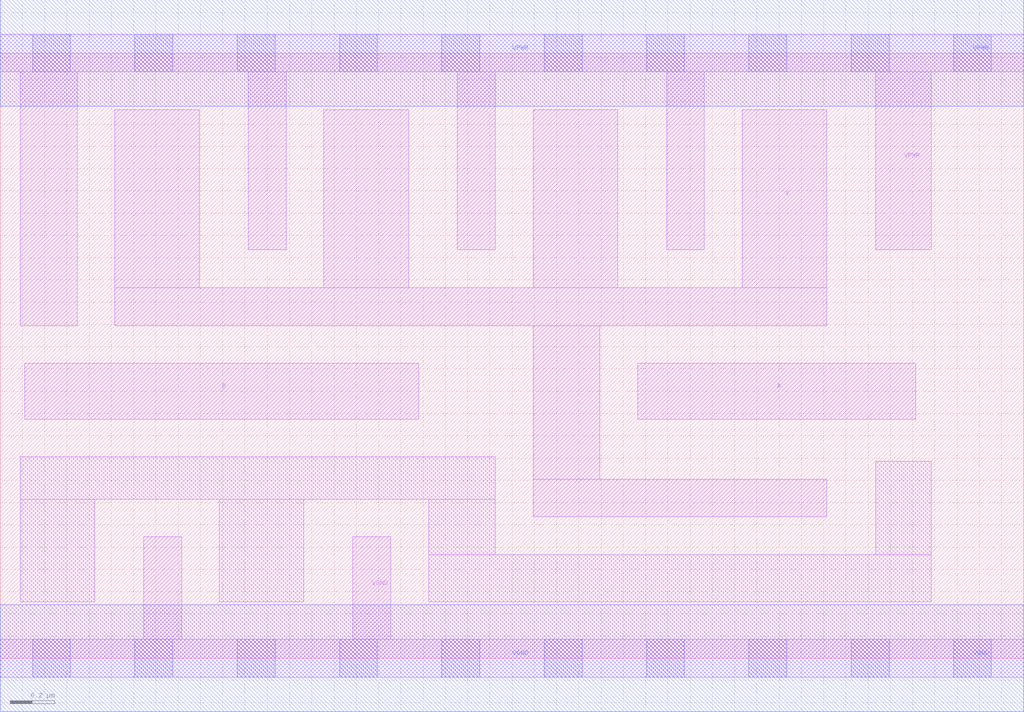
<source format=lef>
# Copyright 2020 The SkyWater PDK Authors
#
# Licensed under the Apache License, Version 2.0 (the "License");
# you may not use this file except in compliance with the License.
# You may obtain a copy of the License at
#
#     https://www.apache.org/licenses/LICENSE-2.0
#
# Unless required by applicable law or agreed to in writing, software
# distributed under the License is distributed on an "AS IS" BASIS,
# WITHOUT WARRANTIES OR CONDITIONS OF ANY KIND, either express or implied.
# See the License for the specific language governing permissions and
# limitations under the License.
#
# SPDX-License-Identifier: Apache-2.0

VERSION 5.7 ;
  NAMESCASESENSITIVE ON ;
  NOWIREEXTENSIONATPIN ON ;
  DIVIDERCHAR "/" ;
  BUSBITCHARS "[]" ;
UNITS
  DATABASE MICRONS 200 ;
END UNITS
PROPERTYDEFINITIONS
  MACRO maskLayoutSubType STRING ;
  MACRO prCellType STRING ;
  MACRO originalViewName STRING ;
END PROPERTYDEFINITIONS
MACRO sky130_fd_sc_hdll__nand2_4
  CLASS CORE ;
  FOREIGN sky130_fd_sc_hdll__nand2_4 ;
  ORIGIN  0.000000  0.000000 ;
  SIZE  4.600000 BY  2.720000 ;
  SYMMETRY X Y R90 ;
  SITE unithd ;
  PIN A
    ANTENNAGATEAREA  1.110000 ;
    DIRECTION INPUT ;
    USE SIGNAL ;
    PORT
      LAYER li1 ;
        RECT 2.865000 1.075000 4.115000 1.325000 ;
    END
  END A
  PIN B
    ANTENNAGATEAREA  1.110000 ;
    DIRECTION INPUT ;
    USE SIGNAL ;
    PORT
      LAYER li1 ;
        RECT 0.110000 1.075000 1.880000 1.325000 ;
    END
  END B
  PIN Y
    ANTENNADIFFAREA  1.608500 ;
    DIRECTION OUTPUT ;
    USE SIGNAL ;
    PORT
      LAYER li1 ;
        RECT 0.515000 1.495000 3.715000 1.665000 ;
        RECT 0.515000 1.665000 0.895000 2.465000 ;
        RECT 1.455000 1.665000 1.835000 2.465000 ;
        RECT 2.395000 0.635000 3.715000 0.805000 ;
        RECT 2.395000 0.805000 2.695000 1.495000 ;
        RECT 2.395000 1.665000 2.775000 2.465000 ;
        RECT 3.335000 1.665000 3.715000 2.465000 ;
    END
  END Y
  PIN VGND
    DIRECTION INOUT ;
    USE GROUND ;
    PORT
      LAYER li1 ;
        RECT 0.000000 -0.085000 4.600000 0.085000 ;
        RECT 0.645000  0.085000 0.815000 0.545000 ;
        RECT 1.585000  0.085000 1.755000 0.545000 ;
      LAYER mcon ;
        RECT 0.145000 -0.085000 0.315000 0.085000 ;
        RECT 0.605000 -0.085000 0.775000 0.085000 ;
        RECT 1.065000 -0.085000 1.235000 0.085000 ;
        RECT 1.525000 -0.085000 1.695000 0.085000 ;
        RECT 1.985000 -0.085000 2.155000 0.085000 ;
        RECT 2.445000 -0.085000 2.615000 0.085000 ;
        RECT 2.905000 -0.085000 3.075000 0.085000 ;
        RECT 3.365000 -0.085000 3.535000 0.085000 ;
        RECT 3.825000 -0.085000 3.995000 0.085000 ;
        RECT 4.285000 -0.085000 4.455000 0.085000 ;
      LAYER met1 ;
        RECT 0.000000 -0.240000 4.600000 0.240000 ;
    END
  END VGND
  PIN VPWR
    DIRECTION INOUT ;
    USE POWER ;
    PORT
      LAYER li1 ;
        RECT 0.000000 2.635000 4.600000 2.805000 ;
        RECT 0.090000 1.495000 0.345000 2.635000 ;
        RECT 1.115000 1.835000 1.285000 2.635000 ;
        RECT 2.055000 1.835000 2.225000 2.635000 ;
        RECT 2.995000 1.835000 3.165000 2.635000 ;
        RECT 3.935000 1.835000 4.185000 2.635000 ;
      LAYER mcon ;
        RECT 0.145000 2.635000 0.315000 2.805000 ;
        RECT 0.605000 2.635000 0.775000 2.805000 ;
        RECT 1.065000 2.635000 1.235000 2.805000 ;
        RECT 1.525000 2.635000 1.695000 2.805000 ;
        RECT 1.985000 2.635000 2.155000 2.805000 ;
        RECT 2.445000 2.635000 2.615000 2.805000 ;
        RECT 2.905000 2.635000 3.075000 2.805000 ;
        RECT 3.365000 2.635000 3.535000 2.805000 ;
        RECT 3.825000 2.635000 3.995000 2.805000 ;
        RECT 4.285000 2.635000 4.455000 2.805000 ;
      LAYER met1 ;
        RECT 0.000000 2.480000 4.600000 2.960000 ;
    END
  END VPWR
  OBS
    LAYER li1 ;
      RECT 0.090000 0.255000 0.425000 0.715000 ;
      RECT 0.090000 0.715000 2.225000 0.905000 ;
      RECT 0.985000 0.255000 1.365000 0.715000 ;
      RECT 1.925000 0.255000 4.185000 0.465000 ;
      RECT 1.925000 0.465000 2.225000 0.715000 ;
      RECT 3.935000 0.465000 4.185000 0.885000 ;
  END
  PROPERTY maskLayoutSubType "abstract" ;
  PROPERTY prCellType "standard" ;
  PROPERTY originalViewName "layout" ;
END sky130_fd_sc_hdll__nand2_4

</source>
